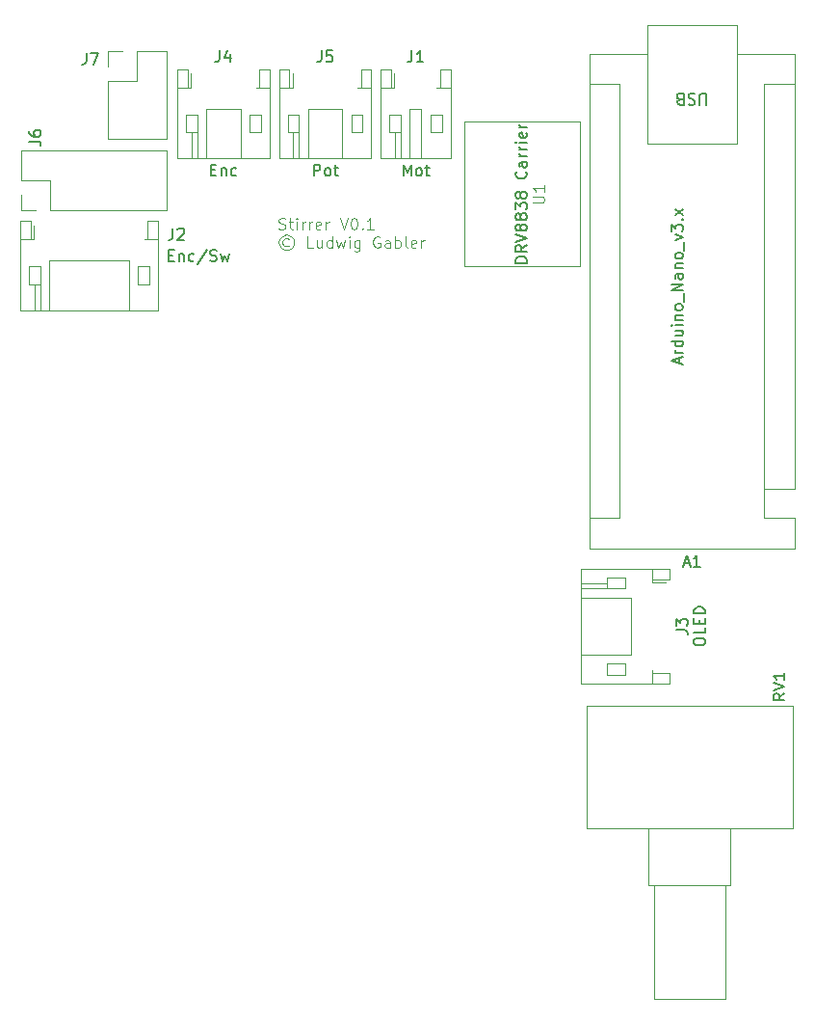
<source format=gbr>
%TF.GenerationSoftware,KiCad,Pcbnew,8.0.3*%
%TF.CreationDate,2024-07-23T15:57:45+02:00*%
%TF.ProjectId,Ruehrplatte,52756568-7270-46c6-9174-74652e6b6963,rev?*%
%TF.SameCoordinates,Original*%
%TF.FileFunction,Legend,Top*%
%TF.FilePolarity,Positive*%
%FSLAX46Y46*%
G04 Gerber Fmt 4.6, Leading zero omitted, Abs format (unit mm)*
G04 Created by KiCad (PCBNEW 8.0.3) date 2024-07-23 15:57:45*
%MOMM*%
%LPD*%
G01*
G04 APERTURE LIST*
%ADD10C,0.100000*%
%ADD11C,0.150000*%
%ADD12C,0.120000*%
G04 APERTURE END LIST*
D10*
X124081265Y-66109056D02*
X124224122Y-66156675D01*
X124224122Y-66156675D02*
X124462217Y-66156675D01*
X124462217Y-66156675D02*
X124557455Y-66109056D01*
X124557455Y-66109056D02*
X124605074Y-66061436D01*
X124605074Y-66061436D02*
X124652693Y-65966198D01*
X124652693Y-65966198D02*
X124652693Y-65870960D01*
X124652693Y-65870960D02*
X124605074Y-65775722D01*
X124605074Y-65775722D02*
X124557455Y-65728103D01*
X124557455Y-65728103D02*
X124462217Y-65680484D01*
X124462217Y-65680484D02*
X124271741Y-65632865D01*
X124271741Y-65632865D02*
X124176503Y-65585246D01*
X124176503Y-65585246D02*
X124128884Y-65537627D01*
X124128884Y-65537627D02*
X124081265Y-65442389D01*
X124081265Y-65442389D02*
X124081265Y-65347151D01*
X124081265Y-65347151D02*
X124128884Y-65251913D01*
X124128884Y-65251913D02*
X124176503Y-65204294D01*
X124176503Y-65204294D02*
X124271741Y-65156675D01*
X124271741Y-65156675D02*
X124509836Y-65156675D01*
X124509836Y-65156675D02*
X124652693Y-65204294D01*
X124938408Y-65490008D02*
X125319360Y-65490008D01*
X125081265Y-65156675D02*
X125081265Y-66013817D01*
X125081265Y-66013817D02*
X125128884Y-66109056D01*
X125128884Y-66109056D02*
X125224122Y-66156675D01*
X125224122Y-66156675D02*
X125319360Y-66156675D01*
X125652694Y-66156675D02*
X125652694Y-65490008D01*
X125652694Y-65156675D02*
X125605075Y-65204294D01*
X125605075Y-65204294D02*
X125652694Y-65251913D01*
X125652694Y-65251913D02*
X125700313Y-65204294D01*
X125700313Y-65204294D02*
X125652694Y-65156675D01*
X125652694Y-65156675D02*
X125652694Y-65251913D01*
X126128884Y-66156675D02*
X126128884Y-65490008D01*
X126128884Y-65680484D02*
X126176503Y-65585246D01*
X126176503Y-65585246D02*
X126224122Y-65537627D01*
X126224122Y-65537627D02*
X126319360Y-65490008D01*
X126319360Y-65490008D02*
X126414598Y-65490008D01*
X126747932Y-66156675D02*
X126747932Y-65490008D01*
X126747932Y-65680484D02*
X126795551Y-65585246D01*
X126795551Y-65585246D02*
X126843170Y-65537627D01*
X126843170Y-65537627D02*
X126938408Y-65490008D01*
X126938408Y-65490008D02*
X127033646Y-65490008D01*
X127747932Y-66109056D02*
X127652694Y-66156675D01*
X127652694Y-66156675D02*
X127462218Y-66156675D01*
X127462218Y-66156675D02*
X127366980Y-66109056D01*
X127366980Y-66109056D02*
X127319361Y-66013817D01*
X127319361Y-66013817D02*
X127319361Y-65632865D01*
X127319361Y-65632865D02*
X127366980Y-65537627D01*
X127366980Y-65537627D02*
X127462218Y-65490008D01*
X127462218Y-65490008D02*
X127652694Y-65490008D01*
X127652694Y-65490008D02*
X127747932Y-65537627D01*
X127747932Y-65537627D02*
X127795551Y-65632865D01*
X127795551Y-65632865D02*
X127795551Y-65728103D01*
X127795551Y-65728103D02*
X127319361Y-65823341D01*
X128224123Y-66156675D02*
X128224123Y-65490008D01*
X128224123Y-65680484D02*
X128271742Y-65585246D01*
X128271742Y-65585246D02*
X128319361Y-65537627D01*
X128319361Y-65537627D02*
X128414599Y-65490008D01*
X128414599Y-65490008D02*
X128509837Y-65490008D01*
X129462219Y-65156675D02*
X129795552Y-66156675D01*
X129795552Y-66156675D02*
X130128885Y-65156675D01*
X130652695Y-65156675D02*
X130747933Y-65156675D01*
X130747933Y-65156675D02*
X130843171Y-65204294D01*
X130843171Y-65204294D02*
X130890790Y-65251913D01*
X130890790Y-65251913D02*
X130938409Y-65347151D01*
X130938409Y-65347151D02*
X130986028Y-65537627D01*
X130986028Y-65537627D02*
X130986028Y-65775722D01*
X130986028Y-65775722D02*
X130938409Y-65966198D01*
X130938409Y-65966198D02*
X130890790Y-66061436D01*
X130890790Y-66061436D02*
X130843171Y-66109056D01*
X130843171Y-66109056D02*
X130747933Y-66156675D01*
X130747933Y-66156675D02*
X130652695Y-66156675D01*
X130652695Y-66156675D02*
X130557457Y-66109056D01*
X130557457Y-66109056D02*
X130509838Y-66061436D01*
X130509838Y-66061436D02*
X130462219Y-65966198D01*
X130462219Y-65966198D02*
X130414600Y-65775722D01*
X130414600Y-65775722D02*
X130414600Y-65537627D01*
X130414600Y-65537627D02*
X130462219Y-65347151D01*
X130462219Y-65347151D02*
X130509838Y-65251913D01*
X130509838Y-65251913D02*
X130557457Y-65204294D01*
X130557457Y-65204294D02*
X130652695Y-65156675D01*
X131414600Y-66061436D02*
X131462219Y-66109056D01*
X131462219Y-66109056D02*
X131414600Y-66156675D01*
X131414600Y-66156675D02*
X131366981Y-66109056D01*
X131366981Y-66109056D02*
X131414600Y-66061436D01*
X131414600Y-66061436D02*
X131414600Y-66156675D01*
X132414599Y-66156675D02*
X131843171Y-66156675D01*
X132128885Y-66156675D02*
X132128885Y-65156675D01*
X132128885Y-65156675D02*
X132033647Y-65299532D01*
X132033647Y-65299532D02*
X131938409Y-65394770D01*
X131938409Y-65394770D02*
X131843171Y-65442389D01*
X124938408Y-67004714D02*
X124843169Y-66957095D01*
X124843169Y-66957095D02*
X124652693Y-66957095D01*
X124652693Y-66957095D02*
X124557455Y-67004714D01*
X124557455Y-67004714D02*
X124462217Y-67099952D01*
X124462217Y-67099952D02*
X124414598Y-67195190D01*
X124414598Y-67195190D02*
X124414598Y-67385666D01*
X124414598Y-67385666D02*
X124462217Y-67480904D01*
X124462217Y-67480904D02*
X124557455Y-67576142D01*
X124557455Y-67576142D02*
X124652693Y-67623761D01*
X124652693Y-67623761D02*
X124843169Y-67623761D01*
X124843169Y-67623761D02*
X124938408Y-67576142D01*
X124747931Y-66623761D02*
X124509836Y-66671380D01*
X124509836Y-66671380D02*
X124271741Y-66814238D01*
X124271741Y-66814238D02*
X124128884Y-67052333D01*
X124128884Y-67052333D02*
X124081265Y-67290428D01*
X124081265Y-67290428D02*
X124128884Y-67528523D01*
X124128884Y-67528523D02*
X124271741Y-67766619D01*
X124271741Y-67766619D02*
X124509836Y-67909476D01*
X124509836Y-67909476D02*
X124747931Y-67957095D01*
X124747931Y-67957095D02*
X124986027Y-67909476D01*
X124986027Y-67909476D02*
X125224122Y-67766619D01*
X125224122Y-67766619D02*
X125366979Y-67528523D01*
X125366979Y-67528523D02*
X125414598Y-67290428D01*
X125414598Y-67290428D02*
X125366979Y-67052333D01*
X125366979Y-67052333D02*
X125224122Y-66814238D01*
X125224122Y-66814238D02*
X124986027Y-66671380D01*
X124986027Y-66671380D02*
X124747931Y-66623761D01*
X127081265Y-67766619D02*
X126605075Y-67766619D01*
X126605075Y-67766619D02*
X126605075Y-66766619D01*
X127843170Y-67099952D02*
X127843170Y-67766619D01*
X127414599Y-67099952D02*
X127414599Y-67623761D01*
X127414599Y-67623761D02*
X127462218Y-67719000D01*
X127462218Y-67719000D02*
X127557456Y-67766619D01*
X127557456Y-67766619D02*
X127700313Y-67766619D01*
X127700313Y-67766619D02*
X127795551Y-67719000D01*
X127795551Y-67719000D02*
X127843170Y-67671380D01*
X128747932Y-67766619D02*
X128747932Y-66766619D01*
X128747932Y-67719000D02*
X128652694Y-67766619D01*
X128652694Y-67766619D02*
X128462218Y-67766619D01*
X128462218Y-67766619D02*
X128366980Y-67719000D01*
X128366980Y-67719000D02*
X128319361Y-67671380D01*
X128319361Y-67671380D02*
X128271742Y-67576142D01*
X128271742Y-67576142D02*
X128271742Y-67290428D01*
X128271742Y-67290428D02*
X128319361Y-67195190D01*
X128319361Y-67195190D02*
X128366980Y-67147571D01*
X128366980Y-67147571D02*
X128462218Y-67099952D01*
X128462218Y-67099952D02*
X128652694Y-67099952D01*
X128652694Y-67099952D02*
X128747932Y-67147571D01*
X129128885Y-67099952D02*
X129319361Y-67766619D01*
X129319361Y-67766619D02*
X129509837Y-67290428D01*
X129509837Y-67290428D02*
X129700313Y-67766619D01*
X129700313Y-67766619D02*
X129890789Y-67099952D01*
X130271742Y-67766619D02*
X130271742Y-67099952D01*
X130271742Y-66766619D02*
X130224123Y-66814238D01*
X130224123Y-66814238D02*
X130271742Y-66861857D01*
X130271742Y-66861857D02*
X130319361Y-66814238D01*
X130319361Y-66814238D02*
X130271742Y-66766619D01*
X130271742Y-66766619D02*
X130271742Y-66861857D01*
X131176503Y-67099952D02*
X131176503Y-67909476D01*
X131176503Y-67909476D02*
X131128884Y-68004714D01*
X131128884Y-68004714D02*
X131081265Y-68052333D01*
X131081265Y-68052333D02*
X130986027Y-68099952D01*
X130986027Y-68099952D02*
X130843170Y-68099952D01*
X130843170Y-68099952D02*
X130747932Y-68052333D01*
X131176503Y-67719000D02*
X131081265Y-67766619D01*
X131081265Y-67766619D02*
X130890789Y-67766619D01*
X130890789Y-67766619D02*
X130795551Y-67719000D01*
X130795551Y-67719000D02*
X130747932Y-67671380D01*
X130747932Y-67671380D02*
X130700313Y-67576142D01*
X130700313Y-67576142D02*
X130700313Y-67290428D01*
X130700313Y-67290428D02*
X130747932Y-67195190D01*
X130747932Y-67195190D02*
X130795551Y-67147571D01*
X130795551Y-67147571D02*
X130890789Y-67099952D01*
X130890789Y-67099952D02*
X131081265Y-67099952D01*
X131081265Y-67099952D02*
X131176503Y-67147571D01*
X132938408Y-66814238D02*
X132843170Y-66766619D01*
X132843170Y-66766619D02*
X132700313Y-66766619D01*
X132700313Y-66766619D02*
X132557456Y-66814238D01*
X132557456Y-66814238D02*
X132462218Y-66909476D01*
X132462218Y-66909476D02*
X132414599Y-67004714D01*
X132414599Y-67004714D02*
X132366980Y-67195190D01*
X132366980Y-67195190D02*
X132366980Y-67338047D01*
X132366980Y-67338047D02*
X132414599Y-67528523D01*
X132414599Y-67528523D02*
X132462218Y-67623761D01*
X132462218Y-67623761D02*
X132557456Y-67719000D01*
X132557456Y-67719000D02*
X132700313Y-67766619D01*
X132700313Y-67766619D02*
X132795551Y-67766619D01*
X132795551Y-67766619D02*
X132938408Y-67719000D01*
X132938408Y-67719000D02*
X132986027Y-67671380D01*
X132986027Y-67671380D02*
X132986027Y-67338047D01*
X132986027Y-67338047D02*
X132795551Y-67338047D01*
X133843170Y-67766619D02*
X133843170Y-67242809D01*
X133843170Y-67242809D02*
X133795551Y-67147571D01*
X133795551Y-67147571D02*
X133700313Y-67099952D01*
X133700313Y-67099952D02*
X133509837Y-67099952D01*
X133509837Y-67099952D02*
X133414599Y-67147571D01*
X133843170Y-67719000D02*
X133747932Y-67766619D01*
X133747932Y-67766619D02*
X133509837Y-67766619D01*
X133509837Y-67766619D02*
X133414599Y-67719000D01*
X133414599Y-67719000D02*
X133366980Y-67623761D01*
X133366980Y-67623761D02*
X133366980Y-67528523D01*
X133366980Y-67528523D02*
X133414599Y-67433285D01*
X133414599Y-67433285D02*
X133509837Y-67385666D01*
X133509837Y-67385666D02*
X133747932Y-67385666D01*
X133747932Y-67385666D02*
X133843170Y-67338047D01*
X134319361Y-67766619D02*
X134319361Y-66766619D01*
X134319361Y-67147571D02*
X134414599Y-67099952D01*
X134414599Y-67099952D02*
X134605075Y-67099952D01*
X134605075Y-67099952D02*
X134700313Y-67147571D01*
X134700313Y-67147571D02*
X134747932Y-67195190D01*
X134747932Y-67195190D02*
X134795551Y-67290428D01*
X134795551Y-67290428D02*
X134795551Y-67576142D01*
X134795551Y-67576142D02*
X134747932Y-67671380D01*
X134747932Y-67671380D02*
X134700313Y-67719000D01*
X134700313Y-67719000D02*
X134605075Y-67766619D01*
X134605075Y-67766619D02*
X134414599Y-67766619D01*
X134414599Y-67766619D02*
X134319361Y-67719000D01*
X135366980Y-67766619D02*
X135271742Y-67719000D01*
X135271742Y-67719000D02*
X135224123Y-67623761D01*
X135224123Y-67623761D02*
X135224123Y-66766619D01*
X136128885Y-67719000D02*
X136033647Y-67766619D01*
X136033647Y-67766619D02*
X135843171Y-67766619D01*
X135843171Y-67766619D02*
X135747933Y-67719000D01*
X135747933Y-67719000D02*
X135700314Y-67623761D01*
X135700314Y-67623761D02*
X135700314Y-67242809D01*
X135700314Y-67242809D02*
X135747933Y-67147571D01*
X135747933Y-67147571D02*
X135843171Y-67099952D01*
X135843171Y-67099952D02*
X136033647Y-67099952D01*
X136033647Y-67099952D02*
X136128885Y-67147571D01*
X136128885Y-67147571D02*
X136176504Y-67242809D01*
X136176504Y-67242809D02*
X136176504Y-67338047D01*
X136176504Y-67338047D02*
X135700314Y-67433285D01*
X136605076Y-67766619D02*
X136605076Y-67099952D01*
X136605076Y-67290428D02*
X136652695Y-67195190D01*
X136652695Y-67195190D02*
X136700314Y-67147571D01*
X136700314Y-67147571D02*
X136795552Y-67099952D01*
X136795552Y-67099952D02*
X136890790Y-67099952D01*
D11*
X168523419Y-106903238D02*
X168047228Y-107236571D01*
X168523419Y-107474666D02*
X167523419Y-107474666D01*
X167523419Y-107474666D02*
X167523419Y-107093714D01*
X167523419Y-107093714D02*
X167571038Y-106998476D01*
X167571038Y-106998476D02*
X167618657Y-106950857D01*
X167618657Y-106950857D02*
X167713895Y-106903238D01*
X167713895Y-106903238D02*
X167856752Y-106903238D01*
X167856752Y-106903238D02*
X167951990Y-106950857D01*
X167951990Y-106950857D02*
X167999609Y-106998476D01*
X167999609Y-106998476D02*
X168047228Y-107093714D01*
X168047228Y-107093714D02*
X168047228Y-107474666D01*
X167523419Y-106617523D02*
X168523419Y-106284190D01*
X168523419Y-106284190D02*
X167523419Y-105950857D01*
X168523419Y-105093714D02*
X168523419Y-105665142D01*
X168523419Y-105379428D02*
X167523419Y-105379428D01*
X167523419Y-105379428D02*
X167666276Y-105474666D01*
X167666276Y-105474666D02*
X167761514Y-105569904D01*
X167761514Y-105569904D02*
X167809133Y-105665142D01*
X114766666Y-66054819D02*
X114766666Y-66769104D01*
X114766666Y-66769104D02*
X114719047Y-66911961D01*
X114719047Y-66911961D02*
X114623809Y-67007200D01*
X114623809Y-67007200D02*
X114480952Y-67054819D01*
X114480952Y-67054819D02*
X114385714Y-67054819D01*
X115195238Y-66150057D02*
X115242857Y-66102438D01*
X115242857Y-66102438D02*
X115338095Y-66054819D01*
X115338095Y-66054819D02*
X115576190Y-66054819D01*
X115576190Y-66054819D02*
X115671428Y-66102438D01*
X115671428Y-66102438D02*
X115719047Y-66150057D01*
X115719047Y-66150057D02*
X115766666Y-66245295D01*
X115766666Y-66245295D02*
X115766666Y-66340533D01*
X115766666Y-66340533D02*
X115719047Y-66483390D01*
X115719047Y-66483390D02*
X115147619Y-67054819D01*
X115147619Y-67054819D02*
X115766666Y-67054819D01*
X114380952Y-68431009D02*
X114714285Y-68431009D01*
X114857142Y-68954819D02*
X114380952Y-68954819D01*
X114380952Y-68954819D02*
X114380952Y-67954819D01*
X114380952Y-67954819D02*
X114857142Y-67954819D01*
X115285714Y-68288152D02*
X115285714Y-68954819D01*
X115285714Y-68383390D02*
X115333333Y-68335771D01*
X115333333Y-68335771D02*
X115428571Y-68288152D01*
X115428571Y-68288152D02*
X115571428Y-68288152D01*
X115571428Y-68288152D02*
X115666666Y-68335771D01*
X115666666Y-68335771D02*
X115714285Y-68431009D01*
X115714285Y-68431009D02*
X115714285Y-68954819D01*
X116619047Y-68907200D02*
X116523809Y-68954819D01*
X116523809Y-68954819D02*
X116333333Y-68954819D01*
X116333333Y-68954819D02*
X116238095Y-68907200D01*
X116238095Y-68907200D02*
X116190476Y-68859580D01*
X116190476Y-68859580D02*
X116142857Y-68764342D01*
X116142857Y-68764342D02*
X116142857Y-68478628D01*
X116142857Y-68478628D02*
X116190476Y-68383390D01*
X116190476Y-68383390D02*
X116238095Y-68335771D01*
X116238095Y-68335771D02*
X116333333Y-68288152D01*
X116333333Y-68288152D02*
X116523809Y-68288152D01*
X116523809Y-68288152D02*
X116619047Y-68335771D01*
X117761904Y-67907200D02*
X116904762Y-69192914D01*
X118047619Y-68907200D02*
X118190476Y-68954819D01*
X118190476Y-68954819D02*
X118428571Y-68954819D01*
X118428571Y-68954819D02*
X118523809Y-68907200D01*
X118523809Y-68907200D02*
X118571428Y-68859580D01*
X118571428Y-68859580D02*
X118619047Y-68764342D01*
X118619047Y-68764342D02*
X118619047Y-68669104D01*
X118619047Y-68669104D02*
X118571428Y-68573866D01*
X118571428Y-68573866D02*
X118523809Y-68526247D01*
X118523809Y-68526247D02*
X118428571Y-68478628D01*
X118428571Y-68478628D02*
X118238095Y-68431009D01*
X118238095Y-68431009D02*
X118142857Y-68383390D01*
X118142857Y-68383390D02*
X118095238Y-68335771D01*
X118095238Y-68335771D02*
X118047619Y-68240533D01*
X118047619Y-68240533D02*
X118047619Y-68145295D01*
X118047619Y-68145295D02*
X118095238Y-68050057D01*
X118095238Y-68050057D02*
X118142857Y-68002438D01*
X118142857Y-68002438D02*
X118238095Y-67954819D01*
X118238095Y-67954819D02*
X118476190Y-67954819D01*
X118476190Y-67954819D02*
X118619047Y-68002438D01*
X118952381Y-68288152D02*
X119142857Y-68954819D01*
X119142857Y-68954819D02*
X119333333Y-68478628D01*
X119333333Y-68478628D02*
X119523809Y-68954819D01*
X119523809Y-68954819D02*
X119714285Y-68288152D01*
X118866666Y-50454819D02*
X118866666Y-51169104D01*
X118866666Y-51169104D02*
X118819047Y-51311961D01*
X118819047Y-51311961D02*
X118723809Y-51407200D01*
X118723809Y-51407200D02*
X118580952Y-51454819D01*
X118580952Y-51454819D02*
X118485714Y-51454819D01*
X119771428Y-50788152D02*
X119771428Y-51454819D01*
X119533333Y-50407200D02*
X119295238Y-51121485D01*
X119295238Y-51121485D02*
X119914285Y-51121485D01*
X118104762Y-60931009D02*
X118438095Y-60931009D01*
X118580952Y-61454819D02*
X118104762Y-61454819D01*
X118104762Y-61454819D02*
X118104762Y-60454819D01*
X118104762Y-60454819D02*
X118580952Y-60454819D01*
X119009524Y-60788152D02*
X119009524Y-61454819D01*
X119009524Y-60883390D02*
X119057143Y-60835771D01*
X119057143Y-60835771D02*
X119152381Y-60788152D01*
X119152381Y-60788152D02*
X119295238Y-60788152D01*
X119295238Y-60788152D02*
X119390476Y-60835771D01*
X119390476Y-60835771D02*
X119438095Y-60931009D01*
X119438095Y-60931009D02*
X119438095Y-61454819D01*
X120342857Y-61407200D02*
X120247619Y-61454819D01*
X120247619Y-61454819D02*
X120057143Y-61454819D01*
X120057143Y-61454819D02*
X119961905Y-61407200D01*
X119961905Y-61407200D02*
X119914286Y-61359580D01*
X119914286Y-61359580D02*
X119866667Y-61264342D01*
X119866667Y-61264342D02*
X119866667Y-60978628D01*
X119866667Y-60978628D02*
X119914286Y-60883390D01*
X119914286Y-60883390D02*
X119961905Y-60835771D01*
X119961905Y-60835771D02*
X120057143Y-60788152D01*
X120057143Y-60788152D02*
X120247619Y-60788152D01*
X120247619Y-60788152D02*
X120342857Y-60835771D01*
X107166666Y-50654819D02*
X107166666Y-51369104D01*
X107166666Y-51369104D02*
X107119047Y-51511961D01*
X107119047Y-51511961D02*
X107023809Y-51607200D01*
X107023809Y-51607200D02*
X106880952Y-51654819D01*
X106880952Y-51654819D02*
X106785714Y-51654819D01*
X107547619Y-50654819D02*
X108214285Y-50654819D01*
X108214285Y-50654819D02*
X107785714Y-51654819D01*
D10*
X146383419Y-63831904D02*
X147192942Y-63831904D01*
X147192942Y-63831904D02*
X147288180Y-63784285D01*
X147288180Y-63784285D02*
X147335800Y-63736666D01*
X147335800Y-63736666D02*
X147383419Y-63641428D01*
X147383419Y-63641428D02*
X147383419Y-63450952D01*
X147383419Y-63450952D02*
X147335800Y-63355714D01*
X147335800Y-63355714D02*
X147288180Y-63308095D01*
X147288180Y-63308095D02*
X147192942Y-63260476D01*
X147192942Y-63260476D02*
X146383419Y-63260476D01*
X147383419Y-62260476D02*
X147383419Y-62831904D01*
X147383419Y-62546190D02*
X146383419Y-62546190D01*
X146383419Y-62546190D02*
X146526276Y-62641428D01*
X146526276Y-62641428D02*
X146621514Y-62736666D01*
X146621514Y-62736666D02*
X146669133Y-62831904D01*
D11*
X145880819Y-69093809D02*
X144880819Y-69093809D01*
X144880819Y-69093809D02*
X144880819Y-68855714D01*
X144880819Y-68855714D02*
X144928438Y-68712857D01*
X144928438Y-68712857D02*
X145023676Y-68617619D01*
X145023676Y-68617619D02*
X145118914Y-68570000D01*
X145118914Y-68570000D02*
X145309390Y-68522381D01*
X145309390Y-68522381D02*
X145452247Y-68522381D01*
X145452247Y-68522381D02*
X145642723Y-68570000D01*
X145642723Y-68570000D02*
X145737961Y-68617619D01*
X145737961Y-68617619D02*
X145833200Y-68712857D01*
X145833200Y-68712857D02*
X145880819Y-68855714D01*
X145880819Y-68855714D02*
X145880819Y-69093809D01*
X145880819Y-67522381D02*
X145404628Y-67855714D01*
X145880819Y-68093809D02*
X144880819Y-68093809D01*
X144880819Y-68093809D02*
X144880819Y-67712857D01*
X144880819Y-67712857D02*
X144928438Y-67617619D01*
X144928438Y-67617619D02*
X144976057Y-67570000D01*
X144976057Y-67570000D02*
X145071295Y-67522381D01*
X145071295Y-67522381D02*
X145214152Y-67522381D01*
X145214152Y-67522381D02*
X145309390Y-67570000D01*
X145309390Y-67570000D02*
X145357009Y-67617619D01*
X145357009Y-67617619D02*
X145404628Y-67712857D01*
X145404628Y-67712857D02*
X145404628Y-68093809D01*
X144880819Y-67236666D02*
X145880819Y-66903333D01*
X145880819Y-66903333D02*
X144880819Y-66570000D01*
X145309390Y-66093809D02*
X145261771Y-66189047D01*
X145261771Y-66189047D02*
X145214152Y-66236666D01*
X145214152Y-66236666D02*
X145118914Y-66284285D01*
X145118914Y-66284285D02*
X145071295Y-66284285D01*
X145071295Y-66284285D02*
X144976057Y-66236666D01*
X144976057Y-66236666D02*
X144928438Y-66189047D01*
X144928438Y-66189047D02*
X144880819Y-66093809D01*
X144880819Y-66093809D02*
X144880819Y-65903333D01*
X144880819Y-65903333D02*
X144928438Y-65808095D01*
X144928438Y-65808095D02*
X144976057Y-65760476D01*
X144976057Y-65760476D02*
X145071295Y-65712857D01*
X145071295Y-65712857D02*
X145118914Y-65712857D01*
X145118914Y-65712857D02*
X145214152Y-65760476D01*
X145214152Y-65760476D02*
X145261771Y-65808095D01*
X145261771Y-65808095D02*
X145309390Y-65903333D01*
X145309390Y-65903333D02*
X145309390Y-66093809D01*
X145309390Y-66093809D02*
X145357009Y-66189047D01*
X145357009Y-66189047D02*
X145404628Y-66236666D01*
X145404628Y-66236666D02*
X145499866Y-66284285D01*
X145499866Y-66284285D02*
X145690342Y-66284285D01*
X145690342Y-66284285D02*
X145785580Y-66236666D01*
X145785580Y-66236666D02*
X145833200Y-66189047D01*
X145833200Y-66189047D02*
X145880819Y-66093809D01*
X145880819Y-66093809D02*
X145880819Y-65903333D01*
X145880819Y-65903333D02*
X145833200Y-65808095D01*
X145833200Y-65808095D02*
X145785580Y-65760476D01*
X145785580Y-65760476D02*
X145690342Y-65712857D01*
X145690342Y-65712857D02*
X145499866Y-65712857D01*
X145499866Y-65712857D02*
X145404628Y-65760476D01*
X145404628Y-65760476D02*
X145357009Y-65808095D01*
X145357009Y-65808095D02*
X145309390Y-65903333D01*
X145309390Y-65141428D02*
X145261771Y-65236666D01*
X145261771Y-65236666D02*
X145214152Y-65284285D01*
X145214152Y-65284285D02*
X145118914Y-65331904D01*
X145118914Y-65331904D02*
X145071295Y-65331904D01*
X145071295Y-65331904D02*
X144976057Y-65284285D01*
X144976057Y-65284285D02*
X144928438Y-65236666D01*
X144928438Y-65236666D02*
X144880819Y-65141428D01*
X144880819Y-65141428D02*
X144880819Y-64950952D01*
X144880819Y-64950952D02*
X144928438Y-64855714D01*
X144928438Y-64855714D02*
X144976057Y-64808095D01*
X144976057Y-64808095D02*
X145071295Y-64760476D01*
X145071295Y-64760476D02*
X145118914Y-64760476D01*
X145118914Y-64760476D02*
X145214152Y-64808095D01*
X145214152Y-64808095D02*
X145261771Y-64855714D01*
X145261771Y-64855714D02*
X145309390Y-64950952D01*
X145309390Y-64950952D02*
X145309390Y-65141428D01*
X145309390Y-65141428D02*
X145357009Y-65236666D01*
X145357009Y-65236666D02*
X145404628Y-65284285D01*
X145404628Y-65284285D02*
X145499866Y-65331904D01*
X145499866Y-65331904D02*
X145690342Y-65331904D01*
X145690342Y-65331904D02*
X145785580Y-65284285D01*
X145785580Y-65284285D02*
X145833200Y-65236666D01*
X145833200Y-65236666D02*
X145880819Y-65141428D01*
X145880819Y-65141428D02*
X145880819Y-64950952D01*
X145880819Y-64950952D02*
X145833200Y-64855714D01*
X145833200Y-64855714D02*
X145785580Y-64808095D01*
X145785580Y-64808095D02*
X145690342Y-64760476D01*
X145690342Y-64760476D02*
X145499866Y-64760476D01*
X145499866Y-64760476D02*
X145404628Y-64808095D01*
X145404628Y-64808095D02*
X145357009Y-64855714D01*
X145357009Y-64855714D02*
X145309390Y-64950952D01*
X144880819Y-64427142D02*
X144880819Y-63808095D01*
X144880819Y-63808095D02*
X145261771Y-64141428D01*
X145261771Y-64141428D02*
X145261771Y-63998571D01*
X145261771Y-63998571D02*
X145309390Y-63903333D01*
X145309390Y-63903333D02*
X145357009Y-63855714D01*
X145357009Y-63855714D02*
X145452247Y-63808095D01*
X145452247Y-63808095D02*
X145690342Y-63808095D01*
X145690342Y-63808095D02*
X145785580Y-63855714D01*
X145785580Y-63855714D02*
X145833200Y-63903333D01*
X145833200Y-63903333D02*
X145880819Y-63998571D01*
X145880819Y-63998571D02*
X145880819Y-64284285D01*
X145880819Y-64284285D02*
X145833200Y-64379523D01*
X145833200Y-64379523D02*
X145785580Y-64427142D01*
X145309390Y-63236666D02*
X145261771Y-63331904D01*
X145261771Y-63331904D02*
X145214152Y-63379523D01*
X145214152Y-63379523D02*
X145118914Y-63427142D01*
X145118914Y-63427142D02*
X145071295Y-63427142D01*
X145071295Y-63427142D02*
X144976057Y-63379523D01*
X144976057Y-63379523D02*
X144928438Y-63331904D01*
X144928438Y-63331904D02*
X144880819Y-63236666D01*
X144880819Y-63236666D02*
X144880819Y-63046190D01*
X144880819Y-63046190D02*
X144928438Y-62950952D01*
X144928438Y-62950952D02*
X144976057Y-62903333D01*
X144976057Y-62903333D02*
X145071295Y-62855714D01*
X145071295Y-62855714D02*
X145118914Y-62855714D01*
X145118914Y-62855714D02*
X145214152Y-62903333D01*
X145214152Y-62903333D02*
X145261771Y-62950952D01*
X145261771Y-62950952D02*
X145309390Y-63046190D01*
X145309390Y-63046190D02*
X145309390Y-63236666D01*
X145309390Y-63236666D02*
X145357009Y-63331904D01*
X145357009Y-63331904D02*
X145404628Y-63379523D01*
X145404628Y-63379523D02*
X145499866Y-63427142D01*
X145499866Y-63427142D02*
X145690342Y-63427142D01*
X145690342Y-63427142D02*
X145785580Y-63379523D01*
X145785580Y-63379523D02*
X145833200Y-63331904D01*
X145833200Y-63331904D02*
X145880819Y-63236666D01*
X145880819Y-63236666D02*
X145880819Y-63046190D01*
X145880819Y-63046190D02*
X145833200Y-62950952D01*
X145833200Y-62950952D02*
X145785580Y-62903333D01*
X145785580Y-62903333D02*
X145690342Y-62855714D01*
X145690342Y-62855714D02*
X145499866Y-62855714D01*
X145499866Y-62855714D02*
X145404628Y-62903333D01*
X145404628Y-62903333D02*
X145357009Y-62950952D01*
X145357009Y-62950952D02*
X145309390Y-63046190D01*
X145785580Y-61093809D02*
X145833200Y-61141428D01*
X145833200Y-61141428D02*
X145880819Y-61284285D01*
X145880819Y-61284285D02*
X145880819Y-61379523D01*
X145880819Y-61379523D02*
X145833200Y-61522380D01*
X145833200Y-61522380D02*
X145737961Y-61617618D01*
X145737961Y-61617618D02*
X145642723Y-61665237D01*
X145642723Y-61665237D02*
X145452247Y-61712856D01*
X145452247Y-61712856D02*
X145309390Y-61712856D01*
X145309390Y-61712856D02*
X145118914Y-61665237D01*
X145118914Y-61665237D02*
X145023676Y-61617618D01*
X145023676Y-61617618D02*
X144928438Y-61522380D01*
X144928438Y-61522380D02*
X144880819Y-61379523D01*
X144880819Y-61379523D02*
X144880819Y-61284285D01*
X144880819Y-61284285D02*
X144928438Y-61141428D01*
X144928438Y-61141428D02*
X144976057Y-61093809D01*
X145880819Y-60236666D02*
X145357009Y-60236666D01*
X145357009Y-60236666D02*
X145261771Y-60284285D01*
X145261771Y-60284285D02*
X145214152Y-60379523D01*
X145214152Y-60379523D02*
X145214152Y-60569999D01*
X145214152Y-60569999D02*
X145261771Y-60665237D01*
X145833200Y-60236666D02*
X145880819Y-60331904D01*
X145880819Y-60331904D02*
X145880819Y-60569999D01*
X145880819Y-60569999D02*
X145833200Y-60665237D01*
X145833200Y-60665237D02*
X145737961Y-60712856D01*
X145737961Y-60712856D02*
X145642723Y-60712856D01*
X145642723Y-60712856D02*
X145547485Y-60665237D01*
X145547485Y-60665237D02*
X145499866Y-60569999D01*
X145499866Y-60569999D02*
X145499866Y-60331904D01*
X145499866Y-60331904D02*
X145452247Y-60236666D01*
X145880819Y-59760475D02*
X145214152Y-59760475D01*
X145404628Y-59760475D02*
X145309390Y-59712856D01*
X145309390Y-59712856D02*
X145261771Y-59665237D01*
X145261771Y-59665237D02*
X145214152Y-59569999D01*
X145214152Y-59569999D02*
X145214152Y-59474761D01*
X145880819Y-59141427D02*
X145214152Y-59141427D01*
X145404628Y-59141427D02*
X145309390Y-59093808D01*
X145309390Y-59093808D02*
X145261771Y-59046189D01*
X145261771Y-59046189D02*
X145214152Y-58950951D01*
X145214152Y-58950951D02*
X145214152Y-58855713D01*
X145880819Y-58522379D02*
X145214152Y-58522379D01*
X144880819Y-58522379D02*
X144928438Y-58569998D01*
X144928438Y-58569998D02*
X144976057Y-58522379D01*
X144976057Y-58522379D02*
X144928438Y-58474760D01*
X144928438Y-58474760D02*
X144880819Y-58522379D01*
X144880819Y-58522379D02*
X144976057Y-58522379D01*
X145833200Y-57665237D02*
X145880819Y-57760475D01*
X145880819Y-57760475D02*
X145880819Y-57950951D01*
X145880819Y-57950951D02*
X145833200Y-58046189D01*
X145833200Y-58046189D02*
X145737961Y-58093808D01*
X145737961Y-58093808D02*
X145357009Y-58093808D01*
X145357009Y-58093808D02*
X145261771Y-58046189D01*
X145261771Y-58046189D02*
X145214152Y-57950951D01*
X145214152Y-57950951D02*
X145214152Y-57760475D01*
X145214152Y-57760475D02*
X145261771Y-57665237D01*
X145261771Y-57665237D02*
X145357009Y-57617618D01*
X145357009Y-57617618D02*
X145452247Y-57617618D01*
X145452247Y-57617618D02*
X145547485Y-58093808D01*
X145880819Y-57189046D02*
X145214152Y-57189046D01*
X145404628Y-57189046D02*
X145309390Y-57141427D01*
X145309390Y-57141427D02*
X145261771Y-57093808D01*
X145261771Y-57093808D02*
X145214152Y-56998570D01*
X145214152Y-56998570D02*
X145214152Y-56903332D01*
X102154819Y-58433333D02*
X102869104Y-58433333D01*
X102869104Y-58433333D02*
X103011961Y-58480952D01*
X103011961Y-58480952D02*
X103107200Y-58576190D01*
X103107200Y-58576190D02*
X103154819Y-58719047D01*
X103154819Y-58719047D02*
X103154819Y-58814285D01*
X102154819Y-57528571D02*
X102154819Y-57719047D01*
X102154819Y-57719047D02*
X102202438Y-57814285D01*
X102202438Y-57814285D02*
X102250057Y-57861904D01*
X102250057Y-57861904D02*
X102392914Y-57957142D01*
X102392914Y-57957142D02*
X102583390Y-58004761D01*
X102583390Y-58004761D02*
X102964342Y-58004761D01*
X102964342Y-58004761D02*
X103059580Y-57957142D01*
X103059580Y-57957142D02*
X103107200Y-57909523D01*
X103107200Y-57909523D02*
X103154819Y-57814285D01*
X103154819Y-57814285D02*
X103154819Y-57623809D01*
X103154819Y-57623809D02*
X103107200Y-57528571D01*
X103107200Y-57528571D02*
X103059580Y-57480952D01*
X103059580Y-57480952D02*
X102964342Y-57433333D01*
X102964342Y-57433333D02*
X102726247Y-57433333D01*
X102726247Y-57433333D02*
X102631009Y-57480952D01*
X102631009Y-57480952D02*
X102583390Y-57528571D01*
X102583390Y-57528571D02*
X102535771Y-57623809D01*
X102535771Y-57623809D02*
X102535771Y-57814285D01*
X102535771Y-57814285D02*
X102583390Y-57909523D01*
X102583390Y-57909523D02*
X102631009Y-57957142D01*
X102631009Y-57957142D02*
X102726247Y-58004761D01*
X135766666Y-50454819D02*
X135766666Y-51169104D01*
X135766666Y-51169104D02*
X135719047Y-51311961D01*
X135719047Y-51311961D02*
X135623809Y-51407200D01*
X135623809Y-51407200D02*
X135480952Y-51454819D01*
X135480952Y-51454819D02*
X135385714Y-51454819D01*
X136766666Y-51454819D02*
X136195238Y-51454819D01*
X136480952Y-51454819D02*
X136480952Y-50454819D01*
X136480952Y-50454819D02*
X136385714Y-50597676D01*
X136385714Y-50597676D02*
X136290476Y-50692914D01*
X136290476Y-50692914D02*
X136195238Y-50740533D01*
X135028571Y-61454819D02*
X135028571Y-60454819D01*
X135028571Y-60454819D02*
X135361904Y-61169104D01*
X135361904Y-61169104D02*
X135695237Y-60454819D01*
X135695237Y-60454819D02*
X135695237Y-61454819D01*
X136314285Y-61454819D02*
X136219047Y-61407200D01*
X136219047Y-61407200D02*
X136171428Y-61359580D01*
X136171428Y-61359580D02*
X136123809Y-61264342D01*
X136123809Y-61264342D02*
X136123809Y-60978628D01*
X136123809Y-60978628D02*
X136171428Y-60883390D01*
X136171428Y-60883390D02*
X136219047Y-60835771D01*
X136219047Y-60835771D02*
X136314285Y-60788152D01*
X136314285Y-60788152D02*
X136457142Y-60788152D01*
X136457142Y-60788152D02*
X136552380Y-60835771D01*
X136552380Y-60835771D02*
X136599999Y-60883390D01*
X136599999Y-60883390D02*
X136647618Y-60978628D01*
X136647618Y-60978628D02*
X136647618Y-61264342D01*
X136647618Y-61264342D02*
X136599999Y-61359580D01*
X136599999Y-61359580D02*
X136552380Y-61407200D01*
X136552380Y-61407200D02*
X136457142Y-61454819D01*
X136457142Y-61454819D02*
X136314285Y-61454819D01*
X136933333Y-60788152D02*
X137314285Y-60788152D01*
X137076190Y-60454819D02*
X137076190Y-61311961D01*
X137076190Y-61311961D02*
X137123809Y-61407200D01*
X137123809Y-61407200D02*
X137219047Y-61454819D01*
X137219047Y-61454819D02*
X137314285Y-61454819D01*
X159004819Y-101333333D02*
X159719104Y-101333333D01*
X159719104Y-101333333D02*
X159861961Y-101380952D01*
X159861961Y-101380952D02*
X159957200Y-101476190D01*
X159957200Y-101476190D02*
X160004819Y-101619047D01*
X160004819Y-101619047D02*
X160004819Y-101714285D01*
X159004819Y-100952380D02*
X159004819Y-100333333D01*
X159004819Y-100333333D02*
X159385771Y-100666666D01*
X159385771Y-100666666D02*
X159385771Y-100523809D01*
X159385771Y-100523809D02*
X159433390Y-100428571D01*
X159433390Y-100428571D02*
X159481009Y-100380952D01*
X159481009Y-100380952D02*
X159576247Y-100333333D01*
X159576247Y-100333333D02*
X159814342Y-100333333D01*
X159814342Y-100333333D02*
X159909580Y-100380952D01*
X159909580Y-100380952D02*
X159957200Y-100428571D01*
X159957200Y-100428571D02*
X160004819Y-100523809D01*
X160004819Y-100523809D02*
X160004819Y-100809523D01*
X160004819Y-100809523D02*
X159957200Y-100904761D01*
X159957200Y-100904761D02*
X159909580Y-100952380D01*
X160554819Y-102452380D02*
X160554819Y-102261904D01*
X160554819Y-102261904D02*
X160602438Y-102166666D01*
X160602438Y-102166666D02*
X160697676Y-102071428D01*
X160697676Y-102071428D02*
X160888152Y-102023809D01*
X160888152Y-102023809D02*
X161221485Y-102023809D01*
X161221485Y-102023809D02*
X161411961Y-102071428D01*
X161411961Y-102071428D02*
X161507200Y-102166666D01*
X161507200Y-102166666D02*
X161554819Y-102261904D01*
X161554819Y-102261904D02*
X161554819Y-102452380D01*
X161554819Y-102452380D02*
X161507200Y-102547618D01*
X161507200Y-102547618D02*
X161411961Y-102642856D01*
X161411961Y-102642856D02*
X161221485Y-102690475D01*
X161221485Y-102690475D02*
X160888152Y-102690475D01*
X160888152Y-102690475D02*
X160697676Y-102642856D01*
X160697676Y-102642856D02*
X160602438Y-102547618D01*
X160602438Y-102547618D02*
X160554819Y-102452380D01*
X161554819Y-101119047D02*
X161554819Y-101595237D01*
X161554819Y-101595237D02*
X160554819Y-101595237D01*
X161031009Y-100785713D02*
X161031009Y-100452380D01*
X161554819Y-100309523D02*
X161554819Y-100785713D01*
X161554819Y-100785713D02*
X160554819Y-100785713D01*
X160554819Y-100785713D02*
X160554819Y-100309523D01*
X161554819Y-99880951D02*
X160554819Y-99880951D01*
X160554819Y-99880951D02*
X160554819Y-99642856D01*
X160554819Y-99642856D02*
X160602438Y-99499999D01*
X160602438Y-99499999D02*
X160697676Y-99404761D01*
X160697676Y-99404761D02*
X160792914Y-99357142D01*
X160792914Y-99357142D02*
X160983390Y-99309523D01*
X160983390Y-99309523D02*
X161126247Y-99309523D01*
X161126247Y-99309523D02*
X161316723Y-99357142D01*
X161316723Y-99357142D02*
X161411961Y-99404761D01*
X161411961Y-99404761D02*
X161507200Y-99499999D01*
X161507200Y-99499999D02*
X161554819Y-99642856D01*
X161554819Y-99642856D02*
X161554819Y-99880951D01*
X127816666Y-50454819D02*
X127816666Y-51169104D01*
X127816666Y-51169104D02*
X127769047Y-51311961D01*
X127769047Y-51311961D02*
X127673809Y-51407200D01*
X127673809Y-51407200D02*
X127530952Y-51454819D01*
X127530952Y-51454819D02*
X127435714Y-51454819D01*
X128769047Y-50454819D02*
X128292857Y-50454819D01*
X128292857Y-50454819D02*
X128245238Y-50931009D01*
X128245238Y-50931009D02*
X128292857Y-50883390D01*
X128292857Y-50883390D02*
X128388095Y-50835771D01*
X128388095Y-50835771D02*
X128626190Y-50835771D01*
X128626190Y-50835771D02*
X128721428Y-50883390D01*
X128721428Y-50883390D02*
X128769047Y-50931009D01*
X128769047Y-50931009D02*
X128816666Y-51026247D01*
X128816666Y-51026247D02*
X128816666Y-51264342D01*
X128816666Y-51264342D02*
X128769047Y-51359580D01*
X128769047Y-51359580D02*
X128721428Y-51407200D01*
X128721428Y-51407200D02*
X128626190Y-51454819D01*
X128626190Y-51454819D02*
X128388095Y-51454819D01*
X128388095Y-51454819D02*
X128292857Y-51407200D01*
X128292857Y-51407200D02*
X128245238Y-51359580D01*
X127150000Y-61454819D02*
X127150000Y-60454819D01*
X127150000Y-60454819D02*
X127530952Y-60454819D01*
X127530952Y-60454819D02*
X127626190Y-60502438D01*
X127626190Y-60502438D02*
X127673809Y-60550057D01*
X127673809Y-60550057D02*
X127721428Y-60645295D01*
X127721428Y-60645295D02*
X127721428Y-60788152D01*
X127721428Y-60788152D02*
X127673809Y-60883390D01*
X127673809Y-60883390D02*
X127626190Y-60931009D01*
X127626190Y-60931009D02*
X127530952Y-60978628D01*
X127530952Y-60978628D02*
X127150000Y-60978628D01*
X128292857Y-61454819D02*
X128197619Y-61407200D01*
X128197619Y-61407200D02*
X128150000Y-61359580D01*
X128150000Y-61359580D02*
X128102381Y-61264342D01*
X128102381Y-61264342D02*
X128102381Y-60978628D01*
X128102381Y-60978628D02*
X128150000Y-60883390D01*
X128150000Y-60883390D02*
X128197619Y-60835771D01*
X128197619Y-60835771D02*
X128292857Y-60788152D01*
X128292857Y-60788152D02*
X128435714Y-60788152D01*
X128435714Y-60788152D02*
X128530952Y-60835771D01*
X128530952Y-60835771D02*
X128578571Y-60883390D01*
X128578571Y-60883390D02*
X128626190Y-60978628D01*
X128626190Y-60978628D02*
X128626190Y-61264342D01*
X128626190Y-61264342D02*
X128578571Y-61359580D01*
X128578571Y-61359580D02*
X128530952Y-61407200D01*
X128530952Y-61407200D02*
X128435714Y-61454819D01*
X128435714Y-61454819D02*
X128292857Y-61454819D01*
X128911905Y-60788152D02*
X129292857Y-60788152D01*
X129054762Y-60454819D02*
X129054762Y-61311961D01*
X129054762Y-61311961D02*
X129102381Y-61407200D01*
X129102381Y-61407200D02*
X129197619Y-61454819D01*
X129197619Y-61454819D02*
X129292857Y-61454819D01*
X159677714Y-95476104D02*
X160153904Y-95476104D01*
X159582476Y-95761819D02*
X159915809Y-94761819D01*
X159915809Y-94761819D02*
X160249142Y-95761819D01*
X161106285Y-95761819D02*
X160534857Y-95761819D01*
X160820571Y-95761819D02*
X160820571Y-94761819D01*
X160820571Y-94761819D02*
X160725333Y-94904676D01*
X160725333Y-94904676D02*
X160630095Y-94999914D01*
X160630095Y-94999914D02*
X160534857Y-95047533D01*
X159291104Y-77915095D02*
X159291104Y-77438905D01*
X159576819Y-78010333D02*
X158576819Y-77677000D01*
X158576819Y-77677000D02*
X159576819Y-77343667D01*
X159576819Y-77010333D02*
X158910152Y-77010333D01*
X159100628Y-77010333D02*
X159005390Y-76962714D01*
X159005390Y-76962714D02*
X158957771Y-76915095D01*
X158957771Y-76915095D02*
X158910152Y-76819857D01*
X158910152Y-76819857D02*
X158910152Y-76724619D01*
X159576819Y-75962714D02*
X158576819Y-75962714D01*
X159529200Y-75962714D02*
X159576819Y-76057952D01*
X159576819Y-76057952D02*
X159576819Y-76248428D01*
X159576819Y-76248428D02*
X159529200Y-76343666D01*
X159529200Y-76343666D02*
X159481580Y-76391285D01*
X159481580Y-76391285D02*
X159386342Y-76438904D01*
X159386342Y-76438904D02*
X159100628Y-76438904D01*
X159100628Y-76438904D02*
X159005390Y-76391285D01*
X159005390Y-76391285D02*
X158957771Y-76343666D01*
X158957771Y-76343666D02*
X158910152Y-76248428D01*
X158910152Y-76248428D02*
X158910152Y-76057952D01*
X158910152Y-76057952D02*
X158957771Y-75962714D01*
X158910152Y-75057952D02*
X159576819Y-75057952D01*
X158910152Y-75486523D02*
X159433961Y-75486523D01*
X159433961Y-75486523D02*
X159529200Y-75438904D01*
X159529200Y-75438904D02*
X159576819Y-75343666D01*
X159576819Y-75343666D02*
X159576819Y-75200809D01*
X159576819Y-75200809D02*
X159529200Y-75105571D01*
X159529200Y-75105571D02*
X159481580Y-75057952D01*
X159576819Y-74581761D02*
X158910152Y-74581761D01*
X158576819Y-74581761D02*
X158624438Y-74629380D01*
X158624438Y-74629380D02*
X158672057Y-74581761D01*
X158672057Y-74581761D02*
X158624438Y-74534142D01*
X158624438Y-74534142D02*
X158576819Y-74581761D01*
X158576819Y-74581761D02*
X158672057Y-74581761D01*
X158910152Y-74105571D02*
X159576819Y-74105571D01*
X159005390Y-74105571D02*
X158957771Y-74057952D01*
X158957771Y-74057952D02*
X158910152Y-73962714D01*
X158910152Y-73962714D02*
X158910152Y-73819857D01*
X158910152Y-73819857D02*
X158957771Y-73724619D01*
X158957771Y-73724619D02*
X159053009Y-73677000D01*
X159053009Y-73677000D02*
X159576819Y-73677000D01*
X159576819Y-73057952D02*
X159529200Y-73153190D01*
X159529200Y-73153190D02*
X159481580Y-73200809D01*
X159481580Y-73200809D02*
X159386342Y-73248428D01*
X159386342Y-73248428D02*
X159100628Y-73248428D01*
X159100628Y-73248428D02*
X159005390Y-73200809D01*
X159005390Y-73200809D02*
X158957771Y-73153190D01*
X158957771Y-73153190D02*
X158910152Y-73057952D01*
X158910152Y-73057952D02*
X158910152Y-72915095D01*
X158910152Y-72915095D02*
X158957771Y-72819857D01*
X158957771Y-72819857D02*
X159005390Y-72772238D01*
X159005390Y-72772238D02*
X159100628Y-72724619D01*
X159100628Y-72724619D02*
X159386342Y-72724619D01*
X159386342Y-72724619D02*
X159481580Y-72772238D01*
X159481580Y-72772238D02*
X159529200Y-72819857D01*
X159529200Y-72819857D02*
X159576819Y-72915095D01*
X159576819Y-72915095D02*
X159576819Y-73057952D01*
X159672057Y-72534143D02*
X159672057Y-71772238D01*
X159576819Y-71534142D02*
X158576819Y-71534142D01*
X158576819Y-71534142D02*
X159576819Y-70962714D01*
X159576819Y-70962714D02*
X158576819Y-70962714D01*
X159576819Y-70057952D02*
X159053009Y-70057952D01*
X159053009Y-70057952D02*
X158957771Y-70105571D01*
X158957771Y-70105571D02*
X158910152Y-70200809D01*
X158910152Y-70200809D02*
X158910152Y-70391285D01*
X158910152Y-70391285D02*
X158957771Y-70486523D01*
X159529200Y-70057952D02*
X159576819Y-70153190D01*
X159576819Y-70153190D02*
X159576819Y-70391285D01*
X159576819Y-70391285D02*
X159529200Y-70486523D01*
X159529200Y-70486523D02*
X159433961Y-70534142D01*
X159433961Y-70534142D02*
X159338723Y-70534142D01*
X159338723Y-70534142D02*
X159243485Y-70486523D01*
X159243485Y-70486523D02*
X159195866Y-70391285D01*
X159195866Y-70391285D02*
X159195866Y-70153190D01*
X159195866Y-70153190D02*
X159148247Y-70057952D01*
X158910152Y-69581761D02*
X159576819Y-69581761D01*
X159005390Y-69581761D02*
X158957771Y-69534142D01*
X158957771Y-69534142D02*
X158910152Y-69438904D01*
X158910152Y-69438904D02*
X158910152Y-69296047D01*
X158910152Y-69296047D02*
X158957771Y-69200809D01*
X158957771Y-69200809D02*
X159053009Y-69153190D01*
X159053009Y-69153190D02*
X159576819Y-69153190D01*
X159576819Y-68534142D02*
X159529200Y-68629380D01*
X159529200Y-68629380D02*
X159481580Y-68676999D01*
X159481580Y-68676999D02*
X159386342Y-68724618D01*
X159386342Y-68724618D02*
X159100628Y-68724618D01*
X159100628Y-68724618D02*
X159005390Y-68676999D01*
X159005390Y-68676999D02*
X158957771Y-68629380D01*
X158957771Y-68629380D02*
X158910152Y-68534142D01*
X158910152Y-68534142D02*
X158910152Y-68391285D01*
X158910152Y-68391285D02*
X158957771Y-68296047D01*
X158957771Y-68296047D02*
X159005390Y-68248428D01*
X159005390Y-68248428D02*
X159100628Y-68200809D01*
X159100628Y-68200809D02*
X159386342Y-68200809D01*
X159386342Y-68200809D02*
X159481580Y-68248428D01*
X159481580Y-68248428D02*
X159529200Y-68296047D01*
X159529200Y-68296047D02*
X159576819Y-68391285D01*
X159576819Y-68391285D02*
X159576819Y-68534142D01*
X159672057Y-68010333D02*
X159672057Y-67248428D01*
X158910152Y-67105570D02*
X159576819Y-66867475D01*
X159576819Y-66867475D02*
X158910152Y-66629380D01*
X158576819Y-66343665D02*
X158576819Y-65724618D01*
X158576819Y-65724618D02*
X158957771Y-66057951D01*
X158957771Y-66057951D02*
X158957771Y-65915094D01*
X158957771Y-65915094D02*
X159005390Y-65819856D01*
X159005390Y-65819856D02*
X159053009Y-65772237D01*
X159053009Y-65772237D02*
X159148247Y-65724618D01*
X159148247Y-65724618D02*
X159386342Y-65724618D01*
X159386342Y-65724618D02*
X159481580Y-65772237D01*
X159481580Y-65772237D02*
X159529200Y-65819856D01*
X159529200Y-65819856D02*
X159576819Y-65915094D01*
X159576819Y-65915094D02*
X159576819Y-66200808D01*
X159576819Y-66200808D02*
X159529200Y-66296046D01*
X159529200Y-66296046D02*
X159481580Y-66343665D01*
X159481580Y-65296046D02*
X159529200Y-65248427D01*
X159529200Y-65248427D02*
X159576819Y-65296046D01*
X159576819Y-65296046D02*
X159529200Y-65343665D01*
X159529200Y-65343665D02*
X159481580Y-65296046D01*
X159481580Y-65296046D02*
X159576819Y-65296046D01*
X159576819Y-64915094D02*
X158910152Y-64391285D01*
X158910152Y-64915094D02*
X159576819Y-64391285D01*
X161653904Y-55212180D02*
X161653904Y-54402657D01*
X161653904Y-54402657D02*
X161606285Y-54307419D01*
X161606285Y-54307419D02*
X161558666Y-54259800D01*
X161558666Y-54259800D02*
X161463428Y-54212180D01*
X161463428Y-54212180D02*
X161272952Y-54212180D01*
X161272952Y-54212180D02*
X161177714Y-54259800D01*
X161177714Y-54259800D02*
X161130095Y-54307419D01*
X161130095Y-54307419D02*
X161082476Y-54402657D01*
X161082476Y-54402657D02*
X161082476Y-55212180D01*
X160653904Y-54259800D02*
X160511047Y-54212180D01*
X160511047Y-54212180D02*
X160272952Y-54212180D01*
X160272952Y-54212180D02*
X160177714Y-54259800D01*
X160177714Y-54259800D02*
X160130095Y-54307419D01*
X160130095Y-54307419D02*
X160082476Y-54402657D01*
X160082476Y-54402657D02*
X160082476Y-54497895D01*
X160082476Y-54497895D02*
X160130095Y-54593133D01*
X160130095Y-54593133D02*
X160177714Y-54640752D01*
X160177714Y-54640752D02*
X160272952Y-54688371D01*
X160272952Y-54688371D02*
X160463428Y-54735990D01*
X160463428Y-54735990D02*
X160558666Y-54783609D01*
X160558666Y-54783609D02*
X160606285Y-54831228D01*
X160606285Y-54831228D02*
X160653904Y-54926466D01*
X160653904Y-54926466D02*
X160653904Y-55021704D01*
X160653904Y-55021704D02*
X160606285Y-55116942D01*
X160606285Y-55116942D02*
X160558666Y-55164561D01*
X160558666Y-55164561D02*
X160463428Y-55212180D01*
X160463428Y-55212180D02*
X160225333Y-55212180D01*
X160225333Y-55212180D02*
X160082476Y-55164561D01*
X159320571Y-54735990D02*
X159177714Y-54688371D01*
X159177714Y-54688371D02*
X159130095Y-54640752D01*
X159130095Y-54640752D02*
X159082476Y-54545514D01*
X159082476Y-54545514D02*
X159082476Y-54402657D01*
X159082476Y-54402657D02*
X159130095Y-54307419D01*
X159130095Y-54307419D02*
X159177714Y-54259800D01*
X159177714Y-54259800D02*
X159272952Y-54212180D01*
X159272952Y-54212180D02*
X159653904Y-54212180D01*
X159653904Y-54212180D02*
X159653904Y-55212180D01*
X159653904Y-55212180D02*
X159320571Y-55212180D01*
X159320571Y-55212180D02*
X159225333Y-55164561D01*
X159225333Y-55164561D02*
X159177714Y-55116942D01*
X159177714Y-55116942D02*
X159130095Y-55021704D01*
X159130095Y-55021704D02*
X159130095Y-54926466D01*
X159130095Y-54926466D02*
X159177714Y-54831228D01*
X159177714Y-54831228D02*
X159225333Y-54783609D01*
X159225333Y-54783609D02*
X159320571Y-54735990D01*
X159320571Y-54735990D02*
X159653904Y-54735990D01*
D12*
%TO.C,RV1*%
X151098600Y-107988000D02*
X151098600Y-118728000D01*
X156548600Y-118728000D02*
X156548600Y-123728000D01*
X157048600Y-123728000D02*
X157048600Y-133728000D01*
X163288600Y-123728000D02*
X163288600Y-133728000D01*
X163288600Y-133728000D02*
X157048600Y-133728000D01*
X163788600Y-118728000D02*
X163788600Y-123728000D01*
X163788600Y-123728000D02*
X156548600Y-123728000D01*
X169238600Y-107988000D02*
X151098600Y-107988000D01*
X169238600Y-107988000D02*
X169238600Y-118728000D01*
X169238600Y-118728000D02*
X151098600Y-118728000D01*
%TO.C,J2*%
X101340000Y-65440000D02*
X101340000Y-73260000D01*
X101340000Y-67040000D02*
X102260000Y-67040000D01*
X101340000Y-73260000D02*
X113460000Y-73260000D01*
X102100000Y-69400000D02*
X102100000Y-71000000D01*
X102100000Y-71000000D02*
X103100000Y-71000000D01*
X102260000Y-65440000D02*
X101340000Y-65440000D01*
X102260000Y-67040000D02*
X102260000Y-65440000D01*
X102540000Y-67040000D02*
X102260000Y-67040000D01*
X102540000Y-67040000D02*
X102540000Y-65825000D01*
X102600000Y-71000000D02*
X102600000Y-73260000D01*
X103100000Y-69400000D02*
X102100000Y-69400000D01*
X103100000Y-71000000D02*
X103100000Y-69400000D01*
X103100000Y-71000000D02*
X103100000Y-73260000D01*
X103900000Y-68900000D02*
X110900000Y-68900000D01*
X103900000Y-73260000D02*
X103900000Y-68900000D01*
X110900000Y-68900000D02*
X110900000Y-73260000D01*
X111700000Y-69400000D02*
X112700000Y-69400000D01*
X111700000Y-71000000D02*
X111700000Y-69400000D01*
X112540000Y-65440000D02*
X112540000Y-67040000D01*
X112540000Y-67040000D02*
X112260000Y-67040000D01*
X112700000Y-69400000D02*
X112700000Y-71000000D01*
X112700000Y-71000000D02*
X111700000Y-71000000D01*
X113460000Y-65440000D02*
X112540000Y-65440000D01*
X113460000Y-67040000D02*
X112540000Y-67040000D01*
X113460000Y-73260000D02*
X113460000Y-65440000D01*
%TO.C,J4*%
X115140000Y-52090000D02*
X115140000Y-59910000D01*
X115140000Y-53690000D02*
X116060000Y-53690000D01*
X115140000Y-59910000D02*
X123260000Y-59910000D01*
X115900000Y-56050000D02*
X115900000Y-57650000D01*
X115900000Y-57650000D02*
X116900000Y-57650000D01*
X116060000Y-52090000D02*
X115140000Y-52090000D01*
X116060000Y-53690000D02*
X116060000Y-52090000D01*
X116340000Y-53690000D02*
X116060000Y-53690000D01*
X116340000Y-53690000D02*
X116340000Y-52475000D01*
X116400000Y-57650000D02*
X116400000Y-59910000D01*
X116900000Y-56050000D02*
X115900000Y-56050000D01*
X116900000Y-57650000D02*
X116900000Y-56050000D01*
X116900000Y-57650000D02*
X116900000Y-59910000D01*
X117700000Y-55550000D02*
X120700000Y-55550000D01*
X117700000Y-59910000D02*
X117700000Y-55550000D01*
X120700000Y-55550000D02*
X120700000Y-59910000D01*
X121500000Y-56050000D02*
X122500000Y-56050000D01*
X121500000Y-57650000D02*
X121500000Y-56050000D01*
X122340000Y-52090000D02*
X122340000Y-53690000D01*
X122340000Y-53690000D02*
X122060000Y-53690000D01*
X122500000Y-56050000D02*
X122500000Y-57650000D01*
X122500000Y-57650000D02*
X121500000Y-57650000D01*
X123260000Y-52090000D02*
X122340000Y-52090000D01*
X123260000Y-53690000D02*
X122340000Y-53690000D01*
X123260000Y-59910000D02*
X123260000Y-52090000D01*
%TO.C,J7*%
X109030000Y-50490000D02*
X110360000Y-50490000D01*
X109030000Y-51820000D02*
X109030000Y-50490000D01*
X109030000Y-53090000D02*
X109030000Y-58230000D01*
X109030000Y-53090000D02*
X111630000Y-53090000D01*
X109030000Y-58230000D02*
X114230000Y-58230000D01*
X111630000Y-50490000D02*
X114230000Y-50490000D01*
X111630000Y-53090000D02*
X111630000Y-50490000D01*
X114230000Y-50490000D02*
X114230000Y-58230000D01*
%TO.C,U1*%
D10*
X150530000Y-69420000D02*
X140370000Y-69420000D01*
X140370000Y-56720000D01*
X150530000Y-56720000D01*
X150530000Y-69420000D01*
D12*
%TO.C,J6*%
X101410000Y-59230000D02*
X114230000Y-59230000D01*
X101410000Y-61830000D02*
X101410000Y-59230000D01*
X101410000Y-64430000D02*
X101410000Y-63100000D01*
X102740000Y-64430000D02*
X101410000Y-64430000D01*
X104010000Y-61830000D02*
X101410000Y-61830000D01*
X104010000Y-64430000D02*
X104010000Y-61830000D01*
X104010000Y-64430000D02*
X114230000Y-64430000D01*
X114230000Y-64430000D02*
X114230000Y-59230000D01*
%TO.C,J1*%
X133040000Y-52090000D02*
X133040000Y-59910000D01*
X133040000Y-53690000D02*
X133960000Y-53690000D01*
X133040000Y-59910000D02*
X139160000Y-59910000D01*
X133800000Y-56050000D02*
X133800000Y-57650000D01*
X133800000Y-57650000D02*
X134800000Y-57650000D01*
X133960000Y-52090000D02*
X133040000Y-52090000D01*
X133960000Y-53690000D02*
X133960000Y-52090000D01*
X134240000Y-53690000D02*
X133960000Y-53690000D01*
X134240000Y-53690000D02*
X134240000Y-52475000D01*
X134300000Y-57650000D02*
X134300000Y-59910000D01*
X134800000Y-56050000D02*
X133800000Y-56050000D01*
X134800000Y-57650000D02*
X134800000Y-56050000D01*
X134800000Y-57650000D02*
X134800000Y-59910000D01*
X135600000Y-55550000D02*
X136600000Y-55550000D01*
X135600000Y-59910000D02*
X135600000Y-55550000D01*
X136600000Y-55550000D02*
X136600000Y-59910000D01*
X137400000Y-56050000D02*
X138400000Y-56050000D01*
X137400000Y-57650000D02*
X137400000Y-56050000D01*
X138240000Y-52090000D02*
X138240000Y-53690000D01*
X138240000Y-53690000D02*
X137960000Y-53690000D01*
X138400000Y-56050000D02*
X138400000Y-57650000D01*
X138400000Y-57650000D02*
X137400000Y-57650000D01*
X139160000Y-52090000D02*
X138240000Y-52090000D01*
X139160000Y-53690000D02*
X138240000Y-53690000D01*
X139160000Y-59910000D02*
X139160000Y-52090000D01*
%TO.C,J3*%
X150640000Y-95940000D02*
X150640000Y-106060000D01*
X150640000Y-98500000D02*
X155000000Y-98500000D01*
X150640000Y-106060000D02*
X158460000Y-106060000D01*
X152900000Y-96700000D02*
X152900000Y-97700000D01*
X152900000Y-97200000D02*
X150640000Y-97200000D01*
X152900000Y-97700000D02*
X150640000Y-97700000D01*
X152900000Y-97700000D02*
X154500000Y-97700000D01*
X152900000Y-104300000D02*
X154500000Y-104300000D01*
X152900000Y-105300000D02*
X152900000Y-104300000D01*
X154500000Y-96700000D02*
X152900000Y-96700000D01*
X154500000Y-97700000D02*
X154500000Y-96700000D01*
X154500000Y-104300000D02*
X154500000Y-105300000D01*
X154500000Y-105300000D02*
X152900000Y-105300000D01*
X155000000Y-98500000D02*
X155000000Y-103500000D01*
X155000000Y-103500000D02*
X150640000Y-103500000D01*
X156860000Y-95940000D02*
X156860000Y-96860000D01*
X156860000Y-96860000D02*
X158460000Y-96860000D01*
X156860000Y-97140000D02*
X156860000Y-96860000D01*
X156860000Y-97140000D02*
X158075000Y-97140000D01*
X156860000Y-105140000D02*
X156860000Y-104860000D01*
X156860000Y-106060000D02*
X156860000Y-105140000D01*
X158460000Y-95940000D02*
X150640000Y-95940000D01*
X158460000Y-96860000D02*
X158460000Y-95940000D01*
X158460000Y-105140000D02*
X156860000Y-105140000D01*
X158460000Y-106060000D02*
X158460000Y-105140000D01*
%TO.C,J5*%
X124090000Y-52090000D02*
X124090000Y-59910000D01*
X124090000Y-53690000D02*
X125010000Y-53690000D01*
X124090000Y-59910000D02*
X132210000Y-59910000D01*
X124850000Y-56050000D02*
X124850000Y-57650000D01*
X124850000Y-57650000D02*
X125850000Y-57650000D01*
X125010000Y-52090000D02*
X124090000Y-52090000D01*
X125010000Y-53690000D02*
X125010000Y-52090000D01*
X125290000Y-53690000D02*
X125010000Y-53690000D01*
X125290000Y-53690000D02*
X125290000Y-52475000D01*
X125350000Y-57650000D02*
X125350000Y-59910000D01*
X125850000Y-56050000D02*
X124850000Y-56050000D01*
X125850000Y-57650000D02*
X125850000Y-56050000D01*
X125850000Y-57650000D02*
X125850000Y-59910000D01*
X126650000Y-55550000D02*
X129650000Y-55550000D01*
X126650000Y-59910000D02*
X126650000Y-55550000D01*
X129650000Y-55550000D02*
X129650000Y-59910000D01*
X130450000Y-56050000D02*
X131450000Y-56050000D01*
X130450000Y-57650000D02*
X130450000Y-56050000D01*
X131290000Y-52090000D02*
X131290000Y-53690000D01*
X131290000Y-53690000D02*
X131010000Y-53690000D01*
X131450000Y-56050000D02*
X131450000Y-57650000D01*
X131450000Y-57650000D02*
X130450000Y-57650000D01*
X132210000Y-52090000D02*
X131290000Y-52090000D01*
X132210000Y-53690000D02*
X131290000Y-53690000D01*
X132210000Y-59910000D02*
X132210000Y-52090000D01*
%TO.C,A1*%
X151372000Y-50727000D02*
X151372000Y-94167000D01*
X151372000Y-50727000D02*
X156452000Y-50727000D01*
X151372000Y-94167000D02*
X169412000Y-94167000D01*
X154042000Y-53397000D02*
X151372000Y-53397000D01*
X154042000Y-91497000D02*
X151372000Y-91497000D01*
X154042000Y-91497000D02*
X154042000Y-53397000D01*
X156452000Y-48187000D02*
X164332000Y-48187000D01*
X156452000Y-58607000D02*
X156452000Y-48187000D01*
X164332000Y-48187000D02*
X164332000Y-58607000D01*
X164332000Y-58607000D02*
X156452000Y-58607000D01*
X166742000Y-53397000D02*
X169412000Y-53397000D01*
X166742000Y-88957000D02*
X166742000Y-53397000D01*
X166742000Y-88957000D02*
X166742000Y-91497000D01*
X166742000Y-88957000D02*
X169412000Y-88957000D01*
X166742000Y-91497000D02*
X169412000Y-91497000D01*
X169412000Y-50727000D02*
X164332000Y-50727000D01*
X169412000Y-88957000D02*
X169412000Y-50727000D01*
X169412000Y-94167000D02*
X169412000Y-91497000D01*
%TD*%
M02*

</source>
